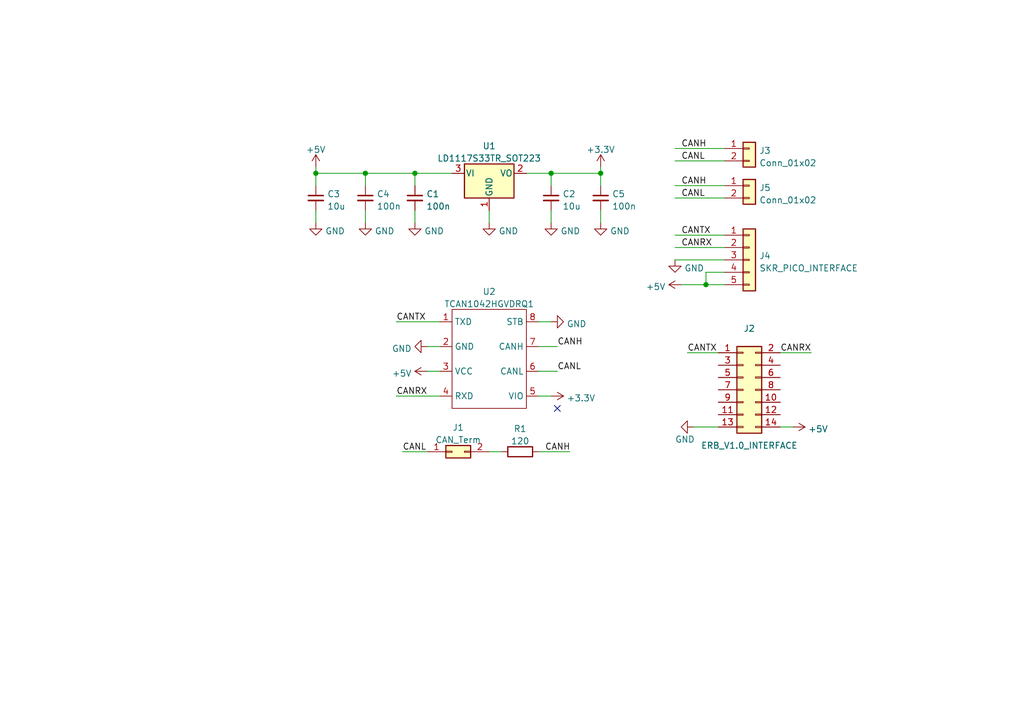
<source format=kicad_sch>
(kicad_sch (version 20211123) (generator eeschema)

  (uuid bcb93579-4fde-4faf-9b02-6bb598b0a938)

  (paper "A5")

  (lib_symbols
    (symbol "Connector_Generic:Conn_01x02" (pin_names (offset 1.016) hide) (in_bom yes) (on_board yes)
      (property "Reference" "J" (id 0) (at 0 2.54 0)
        (effects (font (size 1.27 1.27)))
      )
      (property "Value" "Conn_01x02" (id 1) (at 0 -5.08 0)
        (effects (font (size 1.27 1.27)))
      )
      (property "Footprint" "" (id 2) (at 0 0 0)
        (effects (font (size 1.27 1.27)) hide)
      )
      (property "Datasheet" "~" (id 3) (at 0 0 0)
        (effects (font (size 1.27 1.27)) hide)
      )
      (property "ki_keywords" "connector" (id 4) (at 0 0 0)
        (effects (font (size 1.27 1.27)) hide)
      )
      (property "ki_description" "Generic connector, single row, 01x02, script generated (kicad-library-utils/schlib/autogen/connector/)" (id 5) (at 0 0 0)
        (effects (font (size 1.27 1.27)) hide)
      )
      (property "ki_fp_filters" "Connector*:*_1x??_*" (id 6) (at 0 0 0)
        (effects (font (size 1.27 1.27)) hide)
      )
      (symbol "Conn_01x02_1_1"
        (rectangle (start -1.27 -2.413) (end 0 -2.667)
          (stroke (width 0.1524) (type default) (color 0 0 0 0))
          (fill (type none))
        )
        (rectangle (start -1.27 0.127) (end 0 -0.127)
          (stroke (width 0.1524) (type default) (color 0 0 0 0))
          (fill (type none))
        )
        (rectangle (start -1.27 1.27) (end 1.27 -3.81)
          (stroke (width 0.254) (type default) (color 0 0 0 0))
          (fill (type background))
        )
        (pin passive line (at -5.08 0 0) (length 3.81)
          (name "Pin_1" (effects (font (size 1.27 1.27))))
          (number "1" (effects (font (size 1.27 1.27))))
        )
        (pin passive line (at -5.08 -2.54 0) (length 3.81)
          (name "Pin_2" (effects (font (size 1.27 1.27))))
          (number "2" (effects (font (size 1.27 1.27))))
        )
      )
    )
    (symbol "Connector_Generic:Conn_01x05" (pin_names (offset 1.016) hide) (in_bom yes) (on_board yes)
      (property "Reference" "J" (id 0) (at 0 7.62 0)
        (effects (font (size 1.27 1.27)))
      )
      (property "Value" "Conn_01x05" (id 1) (at 0 -7.62 0)
        (effects (font (size 1.27 1.27)))
      )
      (property "Footprint" "" (id 2) (at 0 0 0)
        (effects (font (size 1.27 1.27)) hide)
      )
      (property "Datasheet" "~" (id 3) (at 0 0 0)
        (effects (font (size 1.27 1.27)) hide)
      )
      (property "ki_keywords" "connector" (id 4) (at 0 0 0)
        (effects (font (size 1.27 1.27)) hide)
      )
      (property "ki_description" "Generic connector, single row, 01x05, script generated (kicad-library-utils/schlib/autogen/connector/)" (id 5) (at 0 0 0)
        (effects (font (size 1.27 1.27)) hide)
      )
      (property "ki_fp_filters" "Connector*:*_1x??_*" (id 6) (at 0 0 0)
        (effects (font (size 1.27 1.27)) hide)
      )
      (symbol "Conn_01x05_1_1"
        (rectangle (start -1.27 -4.953) (end 0 -5.207)
          (stroke (width 0.1524) (type default) (color 0 0 0 0))
          (fill (type none))
        )
        (rectangle (start -1.27 -2.413) (end 0 -2.667)
          (stroke (width 0.1524) (type default) (color 0 0 0 0))
          (fill (type none))
        )
        (rectangle (start -1.27 0.127) (end 0 -0.127)
          (stroke (width 0.1524) (type default) (color 0 0 0 0))
          (fill (type none))
        )
        (rectangle (start -1.27 2.667) (end 0 2.413)
          (stroke (width 0.1524) (type default) (color 0 0 0 0))
          (fill (type none))
        )
        (rectangle (start -1.27 5.207) (end 0 4.953)
          (stroke (width 0.1524) (type default) (color 0 0 0 0))
          (fill (type none))
        )
        (rectangle (start -1.27 6.35) (end 1.27 -6.35)
          (stroke (width 0.254) (type default) (color 0 0 0 0))
          (fill (type background))
        )
        (pin passive line (at -5.08 5.08 0) (length 3.81)
          (name "Pin_1" (effects (font (size 1.27 1.27))))
          (number "1" (effects (font (size 1.27 1.27))))
        )
        (pin passive line (at -5.08 2.54 0) (length 3.81)
          (name "Pin_2" (effects (font (size 1.27 1.27))))
          (number "2" (effects (font (size 1.27 1.27))))
        )
        (pin passive line (at -5.08 0 0) (length 3.81)
          (name "Pin_3" (effects (font (size 1.27 1.27))))
          (number "3" (effects (font (size 1.27 1.27))))
        )
        (pin passive line (at -5.08 -2.54 0) (length 3.81)
          (name "Pin_4" (effects (font (size 1.27 1.27))))
          (number "4" (effects (font (size 1.27 1.27))))
        )
        (pin passive line (at -5.08 -5.08 0) (length 3.81)
          (name "Pin_5" (effects (font (size 1.27 1.27))))
          (number "5" (effects (font (size 1.27 1.27))))
        )
      )
    )
    (symbol "Connector_Generic:Conn_02x01" (pin_names (offset 1.016) hide) (in_bom yes) (on_board yes)
      (property "Reference" "J" (id 0) (at 1.27 2.54 0)
        (effects (font (size 1.27 1.27)))
      )
      (property "Value" "Conn_02x01" (id 1) (at 1.27 -2.54 0)
        (effects (font (size 1.27 1.27)))
      )
      (property "Footprint" "" (id 2) (at 0 0 0)
        (effects (font (size 1.27 1.27)) hide)
      )
      (property "Datasheet" "~" (id 3) (at 0 0 0)
        (effects (font (size 1.27 1.27)) hide)
      )
      (property "ki_keywords" "connector" (id 4) (at 0 0 0)
        (effects (font (size 1.27 1.27)) hide)
      )
      (property "ki_description" "Generic connector, double row, 02x01, this symbol is compatible with counter-clockwise, top-bottom and odd-even numbering schemes., script generated (kicad-library-utils/schlib/autogen/connector/)" (id 5) (at 0 0 0)
        (effects (font (size 1.27 1.27)) hide)
      )
      (property "ki_fp_filters" "Connector*:*_2x??_*" (id 6) (at 0 0 0)
        (effects (font (size 1.27 1.27)) hide)
      )
      (symbol "Conn_02x01_1_1"
        (rectangle (start -1.27 0.127) (end 0 -0.127)
          (stroke (width 0.1524) (type default) (color 0 0 0 0))
          (fill (type none))
        )
        (rectangle (start -1.27 1.27) (end 3.81 -1.27)
          (stroke (width 0.254) (type default) (color 0 0 0 0))
          (fill (type background))
        )
        (rectangle (start 3.81 0.127) (end 2.54 -0.127)
          (stroke (width 0.1524) (type default) (color 0 0 0 0))
          (fill (type none))
        )
        (pin passive line (at -5.08 0 0) (length 3.81)
          (name "Pin_1" (effects (font (size 1.27 1.27))))
          (number "1" (effects (font (size 1.27 1.27))))
        )
        (pin passive line (at 7.62 0 180) (length 3.81)
          (name "Pin_2" (effects (font (size 1.27 1.27))))
          (number "2" (effects (font (size 1.27 1.27))))
        )
      )
    )
    (symbol "Connector_Generic:Conn_02x07_Odd_Even" (pin_names (offset 1.016) hide) (in_bom yes) (on_board yes)
      (property "Reference" "J" (id 0) (at 1.27 10.16 0)
        (effects (font (size 1.27 1.27)))
      )
      (property "Value" "Conn_02x07_Odd_Even" (id 1) (at 1.27 -10.16 0)
        (effects (font (size 1.27 1.27)))
      )
      (property "Footprint" "" (id 2) (at 0 0 0)
        (effects (font (size 1.27 1.27)) hide)
      )
      (property "Datasheet" "~" (id 3) (at 0 0 0)
        (effects (font (size 1.27 1.27)) hide)
      )
      (property "ki_keywords" "connector" (id 4) (at 0 0 0)
        (effects (font (size 1.27 1.27)) hide)
      )
      (property "ki_description" "Generic connector, double row, 02x07, odd/even pin numbering scheme (row 1 odd numbers, row 2 even numbers), script generated (kicad-library-utils/schlib/autogen/connector/)" (id 5) (at 0 0 0)
        (effects (font (size 1.27 1.27)) hide)
      )
      (property "ki_fp_filters" "Connector*:*_2x??_*" (id 6) (at 0 0 0)
        (effects (font (size 1.27 1.27)) hide)
      )
      (symbol "Conn_02x07_Odd_Even_1_1"
        (rectangle (start -1.27 -7.493) (end 0 -7.747)
          (stroke (width 0.1524) (type default) (color 0 0 0 0))
          (fill (type none))
        )
        (rectangle (start -1.27 -4.953) (end 0 -5.207)
          (stroke (width 0.1524) (type default) (color 0 0 0 0))
          (fill (type none))
        )
        (rectangle (start -1.27 -2.413) (end 0 -2.667)
          (stroke (width 0.1524) (type default) (color 0 0 0 0))
          (fill (type none))
        )
        (rectangle (start -1.27 0.127) (end 0 -0.127)
          (stroke (width 0.1524) (type default) (color 0 0 0 0))
          (fill (type none))
        )
        (rectangle (start -1.27 2.667) (end 0 2.413)
          (stroke (width 0.1524) (type default) (color 0 0 0 0))
          (fill (type none))
        )
        (rectangle (start -1.27 5.207) (end 0 4.953)
          (stroke (width 0.1524) (type default) (color 0 0 0 0))
          (fill (type none))
        )
        (rectangle (start -1.27 7.747) (end 0 7.493)
          (stroke (width 0.1524) (type default) (color 0 0 0 0))
          (fill (type none))
        )
        (rectangle (start -1.27 8.89) (end 3.81 -8.89)
          (stroke (width 0.254) (type default) (color 0 0 0 0))
          (fill (type background))
        )
        (rectangle (start 3.81 -7.493) (end 2.54 -7.747)
          (stroke (width 0.1524) (type default) (color 0 0 0 0))
          (fill (type none))
        )
        (rectangle (start 3.81 -4.953) (end 2.54 -5.207)
          (stroke (width 0.1524) (type default) (color 0 0 0 0))
          (fill (type none))
        )
        (rectangle (start 3.81 -2.413) (end 2.54 -2.667)
          (stroke (width 0.1524) (type default) (color 0 0 0 0))
          (fill (type none))
        )
        (rectangle (start 3.81 0.127) (end 2.54 -0.127)
          (stroke (width 0.1524) (type default) (color 0 0 0 0))
          (fill (type none))
        )
        (rectangle (start 3.81 2.667) (end 2.54 2.413)
          (stroke (width 0.1524) (type default) (color 0 0 0 0))
          (fill (type none))
        )
        (rectangle (start 3.81 5.207) (end 2.54 4.953)
          (stroke (width 0.1524) (type default) (color 0 0 0 0))
          (fill (type none))
        )
        (rectangle (start 3.81 7.747) (end 2.54 7.493)
          (stroke (width 0.1524) (type default) (color 0 0 0 0))
          (fill (type none))
        )
        (pin passive line (at -5.08 7.62 0) (length 3.81)
          (name "Pin_1" (effects (font (size 1.27 1.27))))
          (number "1" (effects (font (size 1.27 1.27))))
        )
        (pin passive line (at 7.62 -2.54 180) (length 3.81)
          (name "Pin_10" (effects (font (size 1.27 1.27))))
          (number "10" (effects (font (size 1.27 1.27))))
        )
        (pin passive line (at -5.08 -5.08 0) (length 3.81)
          (name "Pin_11" (effects (font (size 1.27 1.27))))
          (number "11" (effects (font (size 1.27 1.27))))
        )
        (pin passive line (at 7.62 -5.08 180) (length 3.81)
          (name "Pin_12" (effects (font (size 1.27 1.27))))
          (number "12" (effects (font (size 1.27 1.27))))
        )
        (pin passive line (at -5.08 -7.62 0) (length 3.81)
          (name "Pin_13" (effects (font (size 1.27 1.27))))
          (number "13" (effects (font (size 1.27 1.27))))
        )
        (pin passive line (at 7.62 -7.62 180) (length 3.81)
          (name "Pin_14" (effects (font (size 1.27 1.27))))
          (number "14" (effects (font (size 1.27 1.27))))
        )
        (pin passive line (at 7.62 7.62 180) (length 3.81)
          (name "Pin_2" (effects (font (size 1.27 1.27))))
          (number "2" (effects (font (size 1.27 1.27))))
        )
        (pin passive line (at -5.08 5.08 0) (length 3.81)
          (name "Pin_3" (effects (font (size 1.27 1.27))))
          (number "3" (effects (font (size 1.27 1.27))))
        )
        (pin passive line (at 7.62 5.08 180) (length 3.81)
          (name "Pin_4" (effects (font (size 1.27 1.27))))
          (number "4" (effects (font (size 1.27 1.27))))
        )
        (pin passive line (at -5.08 2.54 0) (length 3.81)
          (name "Pin_5" (effects (font (size 1.27 1.27))))
          (number "5" (effects (font (size 1.27 1.27))))
        )
        (pin passive line (at 7.62 2.54 180) (length 3.81)
          (name "Pin_6" (effects (font (size 1.27 1.27))))
          (number "6" (effects (font (size 1.27 1.27))))
        )
        (pin passive line (at -5.08 0 0) (length 3.81)
          (name "Pin_7" (effects (font (size 1.27 1.27))))
          (number "7" (effects (font (size 1.27 1.27))))
        )
        (pin passive line (at 7.62 0 180) (length 3.81)
          (name "Pin_8" (effects (font (size 1.27 1.27))))
          (number "8" (effects (font (size 1.27 1.27))))
        )
        (pin passive line (at -5.08 -2.54 0) (length 3.81)
          (name "Pin_9" (effects (font (size 1.27 1.27))))
          (number "9" (effects (font (size 1.27 1.27))))
        )
      )
    )
    (symbol "Device:C_Small" (pin_numbers hide) (pin_names (offset 0.254) hide) (in_bom yes) (on_board yes)
      (property "Reference" "C" (id 0) (at 0.254 1.778 0)
        (effects (font (size 1.27 1.27)) (justify left))
      )
      (property "Value" "C_Small" (id 1) (at 0.254 -2.032 0)
        (effects (font (size 1.27 1.27)) (justify left))
      )
      (property "Footprint" "" (id 2) (at 0 0 0)
        (effects (font (size 1.27 1.27)) hide)
      )
      (property "Datasheet" "~" (id 3) (at 0 0 0)
        (effects (font (size 1.27 1.27)) hide)
      )
      (property "ki_keywords" "capacitor cap" (id 4) (at 0 0 0)
        (effects (font (size 1.27 1.27)) hide)
      )
      (property "ki_description" "Unpolarized capacitor, small symbol" (id 5) (at 0 0 0)
        (effects (font (size 1.27 1.27)) hide)
      )
      (property "ki_fp_filters" "C_*" (id 6) (at 0 0 0)
        (effects (font (size 1.27 1.27)) hide)
      )
      (symbol "C_Small_0_1"
        (polyline
          (pts
            (xy -1.524 -0.508)
            (xy 1.524 -0.508)
          )
          (stroke (width 0.3302) (type default) (color 0 0 0 0))
          (fill (type none))
        )
        (polyline
          (pts
            (xy -1.524 0.508)
            (xy 1.524 0.508)
          )
          (stroke (width 0.3048) (type default) (color 0 0 0 0))
          (fill (type none))
        )
      )
      (symbol "C_Small_1_1"
        (pin passive line (at 0 2.54 270) (length 2.032)
          (name "~" (effects (font (size 1.27 1.27))))
          (number "1" (effects (font (size 1.27 1.27))))
        )
        (pin passive line (at 0 -2.54 90) (length 2.032)
          (name "~" (effects (font (size 1.27 1.27))))
          (number "2" (effects (font (size 1.27 1.27))))
        )
      )
    )
    (symbol "Device:R" (pin_numbers hide) (pin_names (offset 0)) (in_bom yes) (on_board yes)
      (property "Reference" "R" (id 0) (at 2.032 0 90)
        (effects (font (size 1.27 1.27)))
      )
      (property "Value" "R" (id 1) (at 0 0 90)
        (effects (font (size 1.27 1.27)))
      )
      (property "Footprint" "" (id 2) (at -1.778 0 90)
        (effects (font (size 1.27 1.27)) hide)
      )
      (property "Datasheet" "~" (id 3) (at 0 0 0)
        (effects (font (size 1.27 1.27)) hide)
      )
      (property "ki_keywords" "R res resistor" (id 4) (at 0 0 0)
        (effects (font (size 1.27 1.27)) hide)
      )
      (property "ki_description" "Resistor" (id 5) (at 0 0 0)
        (effects (font (size 1.27 1.27)) hide)
      )
      (property "ki_fp_filters" "R_*" (id 6) (at 0 0 0)
        (effects (font (size 1.27 1.27)) hide)
      )
      (symbol "R_0_1"
        (rectangle (start -1.016 -2.54) (end 1.016 2.54)
          (stroke (width 0.254) (type default) (color 0 0 0 0))
          (fill (type none))
        )
      )
      (symbol "R_1_1"
        (pin passive line (at 0 3.81 270) (length 1.27)
          (name "~" (effects (font (size 1.27 1.27))))
          (number "1" (effects (font (size 1.27 1.27))))
        )
        (pin passive line (at 0 -3.81 90) (length 1.27)
          (name "~" (effects (font (size 1.27 1.27))))
          (number "2" (effects (font (size 1.27 1.27))))
        )
      )
    )
    (symbol "Regulator_Linear:LD1117S33TR_SOT223" (pin_names (offset 0.254)) (in_bom yes) (on_board yes)
      (property "Reference" "U" (id 0) (at -3.81 3.175 0)
        (effects (font (size 1.27 1.27)))
      )
      (property "Value" "LD1117S33TR_SOT223" (id 1) (at 0 3.175 0)
        (effects (font (size 1.27 1.27)) (justify left))
      )
      (property "Footprint" "Package_TO_SOT_SMD:SOT-223-3_TabPin2" (id 2) (at 0 5.08 0)
        (effects (font (size 1.27 1.27)) hide)
      )
      (property "Datasheet" "http://www.st.com/st-web-ui/static/active/en/resource/technical/document/datasheet/CD00000544.pdf" (id 3) (at 2.54 -6.35 0)
        (effects (font (size 1.27 1.27)) hide)
      )
      (property "ki_keywords" "REGULATOR LDO 3.3V" (id 4) (at 0 0 0)
        (effects (font (size 1.27 1.27)) hide)
      )
      (property "ki_description" "800mA Fixed Low Drop Positive Voltage Regulator, Fixed Output 3.3V, SOT-223" (id 5) (at 0 0 0)
        (effects (font (size 1.27 1.27)) hide)
      )
      (property "ki_fp_filters" "SOT?223*TabPin2*" (id 6) (at 0 0 0)
        (effects (font (size 1.27 1.27)) hide)
      )
      (symbol "LD1117S33TR_SOT223_0_1"
        (rectangle (start -5.08 -5.08) (end 5.08 1.905)
          (stroke (width 0.254) (type default) (color 0 0 0 0))
          (fill (type background))
        )
      )
      (symbol "LD1117S33TR_SOT223_1_1"
        (pin power_in line (at 0 -7.62 90) (length 2.54)
          (name "GND" (effects (font (size 1.27 1.27))))
          (number "1" (effects (font (size 1.27 1.27))))
        )
        (pin power_out line (at 7.62 0 180) (length 2.54)
          (name "VO" (effects (font (size 1.27 1.27))))
          (number "2" (effects (font (size 1.27 1.27))))
        )
        (pin power_in line (at -7.62 0 0) (length 2.54)
          (name "VI" (effects (font (size 1.27 1.27))))
          (number "3" (effects (font (size 1.27 1.27))))
        )
      )
    )
    (symbol "components:TCAN1042HGVDRQ1" (in_bom yes) (on_board yes)
      (property "Reference" "U" (id 0) (at 0 -7.62 0)
        (effects (font (size 1.27 1.27)))
      )
      (property "Value" "TCAN1042HGVDRQ1" (id 1) (at 0 12.7 0)
        (effects (font (size 1.27 1.27)))
      )
      (property "Footprint" "" (id 2) (at 0 0 0)
        (effects (font (size 1.27 1.27)) hide)
      )
      (property "Datasheet" "" (id 3) (at 0 0 0)
        (effects (font (size 1.27 1.27)) hide)
      )
      (symbol "TCAN1042HGVDRQ1_0_0"
        (pin input line (at -10.16 7.62 0) (length 2.54)
          (name "TXD" (effects (font (size 1.27 1.27))))
          (number "1" (effects (font (size 1.27 1.27))))
        )
        (pin power_in line (at -10.16 2.54 0) (length 2.54)
          (name "GND" (effects (font (size 1.27 1.27))))
          (number "2" (effects (font (size 1.27 1.27))))
        )
        (pin power_in line (at -10.16 -2.54 0) (length 2.54)
          (name "VCC" (effects (font (size 1.27 1.27))))
          (number "3" (effects (font (size 1.27 1.27))))
        )
        (pin output line (at -10.16 -7.62 0) (length 2.54)
          (name "RXD" (effects (font (size 1.27 1.27))))
          (number "4" (effects (font (size 1.27 1.27))))
        )
        (pin power_in line (at 10.16 -7.62 180) (length 2.54)
          (name "VIO" (effects (font (size 1.27 1.27))))
          (number "5" (effects (font (size 1.27 1.27))))
        )
        (pin bidirectional line (at 10.16 -2.54 180) (length 2.54)
          (name "CANL" (effects (font (size 1.27 1.27))))
          (number "6" (effects (font (size 1.27 1.27))))
        )
        (pin bidirectional line (at 10.16 2.54 180) (length 2.54)
          (name "CANH" (effects (font (size 1.27 1.27))))
          (number "7" (effects (font (size 1.27 1.27))))
        )
        (pin unspecified line (at 10.16 7.62 180) (length 2.54)
          (name "STB" (effects (font (size 1.27 1.27))))
          (number "8" (effects (font (size 1.27 1.27))))
        )
      )
      (symbol "TCAN1042HGVDRQ1_0_1"
        (rectangle (start -7.62 10.16) (end 7.62 -10.16)
          (stroke (width 0.1524) (type default) (color 0 0 0 0))
          (fill (type none))
        )
      )
    )
    (symbol "power:+3.3V" (power) (pin_names (offset 0)) (in_bom yes) (on_board yes)
      (property "Reference" "#PWR" (id 0) (at 0 -3.81 0)
        (effects (font (size 1.27 1.27)) hide)
      )
      (property "Value" "+3.3V" (id 1) (at 0 3.556 0)
        (effects (font (size 1.27 1.27)))
      )
      (property "Footprint" "" (id 2) (at 0 0 0)
        (effects (font (size 1.27 1.27)) hide)
      )
      (property "Datasheet" "" (id 3) (at 0 0 0)
        (effects (font (size 1.27 1.27)) hide)
      )
      (property "ki_keywords" "power-flag" (id 4) (at 0 0 0)
        (effects (font (size 1.27 1.27)) hide)
      )
      (property "ki_description" "Power symbol creates a global label with name \"+3.3V\"" (id 5) (at 0 0 0)
        (effects (font (size 1.27 1.27)) hide)
      )
      (symbol "+3.3V_0_1"
        (polyline
          (pts
            (xy -0.762 1.27)
            (xy 0 2.54)
          )
          (stroke (width 0) (type default) (color 0 0 0 0))
          (fill (type none))
        )
        (polyline
          (pts
            (xy 0 0)
            (xy 0 2.54)
          )
          (stroke (width 0) (type default) (color 0 0 0 0))
          (fill (type none))
        )
        (polyline
          (pts
            (xy 0 2.54)
            (xy 0.762 1.27)
          )
          (stroke (width 0) (type default) (color 0 0 0 0))
          (fill (type none))
        )
      )
      (symbol "+3.3V_1_1"
        (pin power_in line (at 0 0 90) (length 0) hide
          (name "+3.3V" (effects (font (size 1.27 1.27))))
          (number "1" (effects (font (size 1.27 1.27))))
        )
      )
    )
    (symbol "power:+5V" (power) (pin_names (offset 0)) (in_bom yes) (on_board yes)
      (property "Reference" "#PWR" (id 0) (at 0 -3.81 0)
        (effects (font (size 1.27 1.27)) hide)
      )
      (property "Value" "+5V" (id 1) (at 0 3.556 0)
        (effects (font (size 1.27 1.27)))
      )
      (property "Footprint" "" (id 2) (at 0 0 0)
        (effects (font (size 1.27 1.27)) hide)
      )
      (property "Datasheet" "" (id 3) (at 0 0 0)
        (effects (font (size 1.27 1.27)) hide)
      )
      (property "ki_keywords" "power-flag" (id 4) (at 0 0 0)
        (effects (font (size 1.27 1.27)) hide)
      )
      (property "ki_description" "Power symbol creates a global label with name \"+5V\"" (id 5) (at 0 0 0)
        (effects (font (size 1.27 1.27)) hide)
      )
      (symbol "+5V_0_1"
        (polyline
          (pts
            (xy -0.762 1.27)
            (xy 0 2.54)
          )
          (stroke (width 0) (type default) (color 0 0 0 0))
          (fill (type none))
        )
        (polyline
          (pts
            (xy 0 0)
            (xy 0 2.54)
          )
          (stroke (width 0) (type default) (color 0 0 0 0))
          (fill (type none))
        )
        (polyline
          (pts
            (xy 0 2.54)
            (xy 0.762 1.27)
          )
          (stroke (width 0) (type default) (color 0 0 0 0))
          (fill (type none))
        )
      )
      (symbol "+5V_1_1"
        (pin power_in line (at 0 0 90) (length 0) hide
          (name "+5V" (effects (font (size 1.27 1.27))))
          (number "1" (effects (font (size 1.27 1.27))))
        )
      )
    )
    (symbol "power:GND" (power) (pin_names (offset 0)) (in_bom yes) (on_board yes)
      (property "Reference" "#PWR" (id 0) (at 0 -6.35 0)
        (effects (font (size 1.27 1.27)) hide)
      )
      (property "Value" "GND" (id 1) (at 0 -3.81 0)
        (effects (font (size 1.27 1.27)))
      )
      (property "Footprint" "" (id 2) (at 0 0 0)
        (effects (font (size 1.27 1.27)) hide)
      )
      (property "Datasheet" "" (id 3) (at 0 0 0)
        (effects (font (size 1.27 1.27)) hide)
      )
      (property "ki_keywords" "power-flag" (id 4) (at 0 0 0)
        (effects (font (size 1.27 1.27)) hide)
      )
      (property "ki_description" "Power symbol creates a global label with name \"GND\" , ground" (id 5) (at 0 0 0)
        (effects (font (size 1.27 1.27)) hide)
      )
      (symbol "GND_0_1"
        (polyline
          (pts
            (xy 0 0)
            (xy 0 -1.27)
            (xy 1.27 -1.27)
            (xy 0 -2.54)
            (xy -1.27 -1.27)
            (xy 0 -1.27)
          )
          (stroke (width 0) (type default) (color 0 0 0 0))
          (fill (type none))
        )
      )
      (symbol "GND_1_1"
        (pin power_in line (at 0 0 270) (length 0) hide
          (name "GND" (effects (font (size 1.27 1.27))))
          (number "1" (effects (font (size 1.27 1.27))))
        )
      )
    )
  )

  (junction (at 144.78 58.42) (diameter 0) (color 0 0 0 0)
    (uuid 34d43fc9-762d-49c0-a389-4dd1c6ca06aa)
  )
  (junction (at 74.93 35.56) (diameter 0) (color 0 0 0 0)
    (uuid 7108351a-1ea7-470e-977a-2efcc589aa31)
  )
  (junction (at 113.03 35.56) (diameter 0) (color 0 0 0 0)
    (uuid 8d203ff4-024d-4738-ac9d-c97c81bb1baf)
  )
  (junction (at 64.77 35.56) (diameter 0) (color 0 0 0 0)
    (uuid d1a136da-3bd4-41ad-ab9b-47b1b48d702b)
  )
  (junction (at 123.19 35.56) (diameter 0) (color 0 0 0 0)
    (uuid db1c771d-7e61-4c2a-a78a-b93d5e2423c5)
  )
  (junction (at 85.09 35.56) (diameter 0) (color 0 0 0 0)
    (uuid f5626f9f-7586-4e83-afab-cd3e352c793c)
  )

  (no_connect (at 114.3 83.82) (uuid e9eea1fe-1d50-4f70-b07f-793522e9e879))

  (wire (pts (xy 64.77 35.56) (xy 74.93 35.56))
    (stroke (width 0) (type default) (color 0 0 0 0))
    (uuid 1185db7d-31ae-45e3-bc68-44333acf7c27)
  )
  (wire (pts (xy 138.43 38.1) (xy 148.59 38.1))
    (stroke (width 0) (type default) (color 0 0 0 0))
    (uuid 13033652-e259-4e74-a777-840675fa0963)
  )
  (wire (pts (xy 138.43 50.8) (xy 148.59 50.8))
    (stroke (width 0) (type default) (color 0 0 0 0))
    (uuid 1adfa532-d229-4546-83a8-c331c056ff1b)
  )
  (wire (pts (xy 87.63 71.12) (xy 90.17 71.12))
    (stroke (width 0) (type default) (color 0 0 0 0))
    (uuid 1baea83d-2393-49e7-bbe7-d1ce0f7eb467)
  )
  (wire (pts (xy 74.93 35.56) (xy 85.09 35.56))
    (stroke (width 0) (type default) (color 0 0 0 0))
    (uuid 1eec0ae7-df1a-4345-99d1-ad98c1180bbd)
  )
  (wire (pts (xy 110.49 92.71) (xy 116.84 92.71))
    (stroke (width 0) (type default) (color 0 0 0 0))
    (uuid 25866a20-74e9-4c75-aff0-d2e13a9d7fa3)
  )
  (wire (pts (xy 100.33 92.71) (xy 102.87 92.71))
    (stroke (width 0) (type default) (color 0 0 0 0))
    (uuid 274abb78-5120-43ff-91ce-364cd84f54da)
  )
  (wire (pts (xy 113.03 35.56) (xy 123.19 35.56))
    (stroke (width 0) (type default) (color 0 0 0 0))
    (uuid 2dd8a2b0-7e34-4d04-8d2c-3b721b60b2a7)
  )
  (wire (pts (xy 110.49 66.04) (xy 113.03 66.04))
    (stroke (width 0) (type default) (color 0 0 0 0))
    (uuid 2ef3c532-6ea9-4223-8946-3a0ac58023c2)
  )
  (wire (pts (xy 100.33 43.18) (xy 100.33 45.72))
    (stroke (width 0) (type default) (color 0 0 0 0))
    (uuid 2fde298b-2cab-4787-9463-cbd383550355)
  )
  (wire (pts (xy 140.97 72.39) (xy 147.32 72.39))
    (stroke (width 0) (type default) (color 0 0 0 0))
    (uuid 301420f6-46af-47b1-b077-6e74129bb20f)
  )
  (wire (pts (xy 74.93 43.18) (xy 74.93 45.72))
    (stroke (width 0) (type default) (color 0 0 0 0))
    (uuid 30eaf138-4ebe-4ae8-b8cd-d3d9dd429014)
  )
  (wire (pts (xy 123.19 35.56) (xy 123.19 38.1))
    (stroke (width 0) (type default) (color 0 0 0 0))
    (uuid 42014560-b854-440b-a591-36d0895f8049)
  )
  (wire (pts (xy 138.43 53.34) (xy 148.59 53.34))
    (stroke (width 0) (type default) (color 0 0 0 0))
    (uuid 45d978c3-1ece-4b45-8b92-93ed0530f9d0)
  )
  (wire (pts (xy 138.43 40.64) (xy 148.59 40.64))
    (stroke (width 0) (type default) (color 0 0 0 0))
    (uuid 5429cce1-6d1e-4d2c-bad9-61797fb014e4)
  )
  (wire (pts (xy 87.63 76.2) (xy 90.17 76.2))
    (stroke (width 0) (type default) (color 0 0 0 0))
    (uuid 58cc602a-970e-45c1-aacc-b2bf57f77246)
  )
  (wire (pts (xy 138.43 48.26) (xy 148.59 48.26))
    (stroke (width 0) (type default) (color 0 0 0 0))
    (uuid 5c83dd93-c595-428f-a6b5-528d23946322)
  )
  (wire (pts (xy 85.09 35.56) (xy 92.71 35.56))
    (stroke (width 0) (type default) (color 0 0 0 0))
    (uuid 646d6ae2-fb60-4c5d-b110-384e9e00afcd)
  )
  (wire (pts (xy 138.43 30.48) (xy 148.59 30.48))
    (stroke (width 0) (type default) (color 0 0 0 0))
    (uuid 6499a6e1-75c5-42b7-84cb-8d4326de88e7)
  )
  (wire (pts (xy 113.03 43.18) (xy 113.03 45.72))
    (stroke (width 0) (type default) (color 0 0 0 0))
    (uuid 72e1e5b8-fe50-4a88-95fd-fc419287fa31)
  )
  (wire (pts (xy 64.77 35.56) (xy 64.77 38.1))
    (stroke (width 0) (type default) (color 0 0 0 0))
    (uuid 76d802aa-7a32-4f64-ab51-730594c4ee79)
  )
  (wire (pts (xy 81.28 66.04) (xy 90.17 66.04))
    (stroke (width 0) (type default) (color 0 0 0 0))
    (uuid 7e0630ac-4956-44d1-8c41-84809e7dfbf7)
  )
  (wire (pts (xy 85.09 35.56) (xy 85.09 38.1))
    (stroke (width 0) (type default) (color 0 0 0 0))
    (uuid 86f7f904-1f92-43a2-ac21-c4e77e9edcb3)
  )
  (wire (pts (xy 107.95 35.56) (xy 113.03 35.56))
    (stroke (width 0) (type default) (color 0 0 0 0))
    (uuid 8874ea83-2537-4a26-81c7-ba8da095bbf3)
  )
  (wire (pts (xy 64.77 34.29) (xy 64.77 35.56))
    (stroke (width 0) (type default) (color 0 0 0 0))
    (uuid 8fd61ed4-e560-40c3-99d3-d2869791ebe4)
  )
  (wire (pts (xy 144.78 58.42) (xy 148.59 58.42))
    (stroke (width 0) (type default) (color 0 0 0 0))
    (uuid 95e161c9-d827-45f7-bf44-539bdb9ba580)
  )
  (wire (pts (xy 82.55 92.71) (xy 87.63 92.71))
    (stroke (width 0) (type default) (color 0 0 0 0))
    (uuid 9830de5a-e631-4915-8ddf-f35cbc9bca66)
  )
  (wire (pts (xy 74.93 35.56) (xy 74.93 38.1))
    (stroke (width 0) (type default) (color 0 0 0 0))
    (uuid 989e5516-173f-4f91-9aa8-9396eef7005d)
  )
  (wire (pts (xy 160.02 72.39) (xy 166.37 72.39))
    (stroke (width 0) (type default) (color 0 0 0 0))
    (uuid 9f44edd0-e521-4b70-b87c-d6d121cf0c4d)
  )
  (wire (pts (xy 142.24 87.63) (xy 147.32 87.63))
    (stroke (width 0) (type default) (color 0 0 0 0))
    (uuid a11974f4-8413-4dda-9479-e9557c4faf9b)
  )
  (wire (pts (xy 110.49 71.12) (xy 114.3 71.12))
    (stroke (width 0) (type default) (color 0 0 0 0))
    (uuid af48a472-c974-4d17-a14d-9a5ec1562f5e)
  )
  (wire (pts (xy 123.19 43.18) (xy 123.19 45.72))
    (stroke (width 0) (type default) (color 0 0 0 0))
    (uuid b1ebd885-c0b0-4327-b14b-b67065c6b4ee)
  )
  (wire (pts (xy 110.49 76.2) (xy 114.3 76.2))
    (stroke (width 0) (type default) (color 0 0 0 0))
    (uuid b2090fae-e545-4e16-be51-6fccf6d0ef87)
  )
  (wire (pts (xy 139.7 58.42) (xy 144.78 58.42))
    (stroke (width 0) (type default) (color 0 0 0 0))
    (uuid b2d9c118-37c8-4c97-969f-b65871bf6987)
  )
  (wire (pts (xy 110.49 81.28) (xy 113.03 81.28))
    (stroke (width 0) (type default) (color 0 0 0 0))
    (uuid bc4a3e0b-dded-45e3-812d-5cad07eaaeb6)
  )
  (wire (pts (xy 138.43 33.02) (xy 148.59 33.02))
    (stroke (width 0) (type default) (color 0 0 0 0))
    (uuid bdd8a35c-aa8f-435e-ab56-182d219d0ee8)
  )
  (wire (pts (xy 113.03 35.56) (xy 113.03 38.1))
    (stroke (width 0) (type default) (color 0 0 0 0))
    (uuid bf2025e8-f393-48d1-8e58-b36edb03359a)
  )
  (wire (pts (xy 144.78 55.88) (xy 144.78 58.42))
    (stroke (width 0) (type default) (color 0 0 0 0))
    (uuid c41d778b-9efc-4cf6-932b-5ef2fcaac773)
  )
  (wire (pts (xy 85.09 43.18) (xy 85.09 45.72))
    (stroke (width 0) (type default) (color 0 0 0 0))
    (uuid c5f21aeb-84d5-45c0-9676-1483b72b2815)
  )
  (wire (pts (xy 81.28 81.28) (xy 90.17 81.28))
    (stroke (width 0) (type default) (color 0 0 0 0))
    (uuid cd468f92-76ee-48c8-8a47-ee00617756e0)
  )
  (wire (pts (xy 148.59 55.88) (xy 144.78 55.88))
    (stroke (width 0) (type default) (color 0 0 0 0))
    (uuid d3f37feb-851a-4004-8daa-5f8a515e9e0d)
  )
  (wire (pts (xy 160.02 87.63) (xy 162.56 87.63))
    (stroke (width 0) (type default) (color 0 0 0 0))
    (uuid d9b9d29e-9d83-4896-b856-a6b18365d7f4)
  )
  (wire (pts (xy 64.77 43.18) (xy 64.77 45.72))
    (stroke (width 0) (type default) (color 0 0 0 0))
    (uuid dde25c9b-20a7-46e9-89f3-7afa7b9d834a)
  )
  (wire (pts (xy 123.19 34.29) (xy 123.19 35.56))
    (stroke (width 0) (type default) (color 0 0 0 0))
    (uuid febdfb43-289a-4f2d-bd0d-99f307407884)
  )

  (label "CANL" (at 114.3 76.2 0)
    (effects (font (size 1.27 1.27)) (justify left bottom))
    (uuid 38915edf-3ac7-413e-9dbf-b10da9902c1e)
  )
  (label "CANH" (at 114.3 71.12 0)
    (effects (font (size 1.27 1.27)) (justify left bottom))
    (uuid 406de4ad-0c53-4c68-85fc-c501aab4bc79)
  )
  (label "CANH" (at 139.7 38.1 0)
    (effects (font (size 1.27 1.27)) (justify left bottom))
    (uuid 49c27ba8-1e60-4d1d-bb73-f91b0ab9d41f)
  )
  (label "CANH" (at 139.7 30.48 0)
    (effects (font (size 1.27 1.27)) (justify left bottom))
    (uuid 5ff3ac96-bb06-4721-936b-85c233e3c8dd)
  )
  (label "CANTX" (at 139.7 48.26 0)
    (effects (font (size 1.27 1.27)) (justify left bottom))
    (uuid 6e0c7de6-29e0-49b3-b636-52dbbc641ec7)
  )
  (label "CANL" (at 139.7 40.64 0)
    (effects (font (size 1.27 1.27)) (justify left bottom))
    (uuid 7ad3049d-8dcf-4968-8c4e-60ceb01d9424)
  )
  (label "CANL" (at 139.7 33.02 0)
    (effects (font (size 1.27 1.27)) (justify left bottom))
    (uuid 831a859e-03c6-41c5-98cd-b91308442ac0)
  )
  (label "CANL" (at 82.55 92.71 0)
    (effects (font (size 1.27 1.27)) (justify left bottom))
    (uuid 84696a42-32c3-4c63-96ae-9390e8bd0c8f)
  )
  (label "CANTX" (at 81.28 66.04 0)
    (effects (font (size 1.27 1.27)) (justify left bottom))
    (uuid 8f264277-385f-4578-a2d0-f6311d539d41)
  )
  (label "CANRX" (at 81.28 81.28 0)
    (effects (font (size 1.27 1.27)) (justify left bottom))
    (uuid b5535829-d843-411c-9fb2-e597ee6c9a6d)
  )
  (label "CANRX" (at 160.02 72.39 0)
    (effects (font (size 1.27 1.27)) (justify left bottom))
    (uuid b831744f-f04d-42f0-9f93-5e790949d557)
  )
  (label "CANH" (at 111.76 92.71 0)
    (effects (font (size 1.27 1.27)) (justify left bottom))
    (uuid bba19b3f-2d50-4943-abc9-8d7b85785370)
  )
  (label "CANTX" (at 140.97 72.39 0)
    (effects (font (size 1.27 1.27)) (justify left bottom))
    (uuid c28ab13c-df77-48a5-99bf-a20463f7262e)
  )
  (label "CANRX" (at 139.7 50.8 0)
    (effects (font (size 1.27 1.27)) (justify left bottom))
    (uuid de05aa23-6a42-4d0e-bcdf-b20dd96566ab)
  )

  (symbol (lib_id "power:+5V") (at 87.63 76.2 90) (unit 1)
    (in_bom yes) (on_board yes) (fields_autoplaced)
    (uuid 02244c3f-a690-4e87-9fab-418c239e5c80)
    (property "Reference" "#PWR0107" (id 0) (at 91.44 76.2 0)
      (effects (font (size 1.27 1.27)) hide)
    )
    (property "Value" "+5V" (id 1) (at 84.4551 76.6338 90)
      (effects (font (size 1.27 1.27)) (justify left))
    )
    (property "Footprint" "" (id 2) (at 87.63 76.2 0)
      (effects (font (size 1.27 1.27)) hide)
    )
    (property "Datasheet" "" (id 3) (at 87.63 76.2 0)
      (effects (font (size 1.27 1.27)) hide)
    )
    (pin "1" (uuid e288caa4-b0ec-4cd3-ad62-a2a859298050))
  )

  (symbol (lib_id "power:GND") (at 113.03 45.72 0) (unit 1)
    (in_bom yes) (on_board yes) (fields_autoplaced)
    (uuid 04fbd9fd-8e39-41bb-a46e-4977ad36afe7)
    (property "Reference" "#PWR0101" (id 0) (at 113.03 52.07 0)
      (effects (font (size 1.27 1.27)) hide)
    )
    (property "Value" "GND" (id 1) (at 114.935 47.4238 0)
      (effects (font (size 1.27 1.27)) (justify left))
    )
    (property "Footprint" "" (id 2) (at 113.03 45.72 0)
      (effects (font (size 1.27 1.27)) hide)
    )
    (property "Datasheet" "" (id 3) (at 113.03 45.72 0)
      (effects (font (size 1.27 1.27)) hide)
    )
    (pin "1" (uuid 315e2a68-05e4-4a47-a79c-c374e34ba719))
  )

  (symbol (lib_id "power:GND") (at 123.19 45.72 0) (unit 1)
    (in_bom yes) (on_board yes) (fields_autoplaced)
    (uuid 0e4e11a4-9354-45a2-88c4-3f6fd5df35ab)
    (property "Reference" "#PWR07" (id 0) (at 123.19 52.07 0)
      (effects (font (size 1.27 1.27)) hide)
    )
    (property "Value" "GND" (id 1) (at 125.095 47.4238 0)
      (effects (font (size 1.27 1.27)) (justify left))
    )
    (property "Footprint" "" (id 2) (at 123.19 45.72 0)
      (effects (font (size 1.27 1.27)) hide)
    )
    (property "Datasheet" "" (id 3) (at 123.19 45.72 0)
      (effects (font (size 1.27 1.27)) hide)
    )
    (pin "1" (uuid d8ea303d-dd7e-49a3-a98f-fc498871ffcc))
  )

  (symbol (lib_id "power:GND") (at 74.93 45.72 0) (unit 1)
    (in_bom yes) (on_board yes) (fields_autoplaced)
    (uuid 161d1117-3185-4f6b-97d8-c134880de084)
    (property "Reference" "#PWR03" (id 0) (at 74.93 52.07 0)
      (effects (font (size 1.27 1.27)) hide)
    )
    (property "Value" "GND" (id 1) (at 76.835 47.4238 0)
      (effects (font (size 1.27 1.27)) (justify left))
    )
    (property "Footprint" "" (id 2) (at 74.93 45.72 0)
      (effects (font (size 1.27 1.27)) hide)
    )
    (property "Datasheet" "" (id 3) (at 74.93 45.72 0)
      (effects (font (size 1.27 1.27)) hide)
    )
    (pin "1" (uuid 86746420-419d-4238-b879-c6c704ea72bd))
  )

  (symbol (lib_id "Device:R") (at 106.68 92.71 270) (unit 1)
    (in_bom yes) (on_board yes) (fields_autoplaced)
    (uuid 21ca96ef-78f1-4ae1-a527-c6b6b6a63db6)
    (property "Reference" "R1" (id 0) (at 106.68 87.9942 90))
    (property "Value" "120" (id 1) (at 106.68 90.5311 90))
    (property "Footprint" "Resistor_SMD:R_0603_1608Metric" (id 2) (at 106.68 90.932 90)
      (effects (font (size 1.27 1.27)) hide)
    )
    (property "Datasheet" "~" (id 3) (at 106.68 92.71 0)
      (effects (font (size 1.27 1.27)) hide)
    )
    (property "LCSC" "C2907096" (id 4) (at 106.68 87.9942 0)
      (effects (font (size 1.27 1.27)) hide)
    )
    (pin "1" (uuid cff3cc59-9ca9-416b-83f8-19cba33def79))
    (pin "2" (uuid fa78431a-82ad-434f-9def-15f38584f917))
  )

  (symbol (lib_id "power:+5V") (at 64.77 34.29 0) (unit 1)
    (in_bom yes) (on_board yes) (fields_autoplaced)
    (uuid 26861467-534c-4c02-ab10-4fcad6b578e9)
    (property "Reference" "#PWR0103" (id 0) (at 64.77 38.1 0)
      (effects (font (size 1.27 1.27)) hide)
    )
    (property "Value" "+5V" (id 1) (at 64.77 30.7142 0))
    (property "Footprint" "" (id 2) (at 64.77 34.29 0)
      (effects (font (size 1.27 1.27)) hide)
    )
    (property "Datasheet" "" (id 3) (at 64.77 34.29 0)
      (effects (font (size 1.27 1.27)) hide)
    )
    (pin "1" (uuid c5d33f03-132a-4c43-8acc-a9f4041556ce))
  )

  (symbol (lib_id "power:GND") (at 142.24 87.63 270) (unit 1)
    (in_bom yes) (on_board yes)
    (uuid 3016a7ac-2d8a-475f-bf12-a09c14880c60)
    (property "Reference" "#PWR01" (id 0) (at 135.89 87.63 0)
      (effects (font (size 1.27 1.27)) hide)
    )
    (property "Value" "GND" (id 1) (at 138.43 90.17 90)
      (effects (font (size 1.27 1.27)) (justify left))
    )
    (property "Footprint" "" (id 2) (at 142.24 87.63 0)
      (effects (font (size 1.27 1.27)) hide)
    )
    (property "Datasheet" "" (id 3) (at 142.24 87.63 0)
      (effects (font (size 1.27 1.27)) hide)
    )
    (pin "1" (uuid d1afc139-8d45-47e3-9c31-cb3e43ff3c4a))
  )

  (symbol (lib_id "Connector_Generic:Conn_01x05") (at 153.67 53.34 0) (unit 1)
    (in_bom yes) (on_board yes) (fields_autoplaced)
    (uuid 4ec01770-1bea-4b41-9cc1-dd259f72d0cd)
    (property "Reference" "J4" (id 0) (at 155.702 52.5053 0)
      (effects (font (size 1.27 1.27)) (justify left))
    )
    (property "Value" "SKR_PICO_INTERFACE" (id 1) (at 155.702 55.0422 0)
      (effects (font (size 1.27 1.27)) (justify left))
    )
    (property "Footprint" "Connector_PinHeader_2.54mm:PinHeader_1x05_P2.54mm_Vertical" (id 2) (at 153.67 53.34 0)
      (effects (font (size 1.27 1.27)) hide)
    )
    (property "Datasheet" "~" (id 3) (at 153.67 53.34 0)
      (effects (font (size 1.27 1.27)) hide)
    )
    (property "LCSC" "C124379" (id 4) (at 155.702 52.5053 0)
      (effects (font (size 1.27 1.27)) hide)
    )
    (pin "1" (uuid 2c3c3544-5541-46bb-81c8-b6a377a2215e))
    (pin "2" (uuid be7a39c1-2dda-483d-8b2d-1d4d9842096c))
    (pin "3" (uuid 25a8187b-4ec7-4240-b061-8c0ab759aef2))
    (pin "4" (uuid fdcdbb47-7f04-4326-8aea-d64ff212650d))
    (pin "5" (uuid 8d8ee1b1-9698-4f85-af97-55b02b851db8))
  )

  (symbol (lib_id "Connector_Generic:Conn_02x07_Odd_Even") (at 152.4 80.01 0) (unit 1)
    (in_bom yes) (on_board yes)
    (uuid 50464f52-7dcb-4be4-9706-13ca8f679d88)
    (property "Reference" "J2" (id 0) (at 153.67 67.4202 0))
    (property "Value" "ERB_V1.0_INTERFACE" (id 1) (at 153.67 91.44 0))
    (property "Footprint" "Connector_PinSocket_2.54mm:PinSocket_2x07_P2.54mm_Vertical" (id 2) (at 152.4 80.01 0)
      (effects (font (size 1.27 1.27)) hide)
    )
    (property "Datasheet" "~" (id 3) (at 152.4 80.01 0)
      (effects (font (size 1.27 1.27)) hide)
    )
    (property "LCSC" "C38844" (id 4) (at 153.67 67.4202 0)
      (effects (font (size 1.27 1.27)) hide)
    )
    (pin "1" (uuid 2e997a1f-62cb-4807-93ba-b324abbb8f5f))
    (pin "10" (uuid a730a836-920b-463b-9226-68d38ec0acc0))
    (pin "11" (uuid 00c97b63-4129-4383-925b-f5291dd76717))
    (pin "12" (uuid 1a52e70f-2c5d-489a-8d49-580b7742c294))
    (pin "13" (uuid e250a907-3404-46e0-ba49-be51322a27c1))
    (pin "14" (uuid b3664356-f4fa-48a8-8957-653923ed8969))
    (pin "2" (uuid 02efbb03-19d6-4177-9d84-90ff70eb3760))
    (pin "3" (uuid 8bdfba1e-83dd-4cde-9517-37a5529f823b))
    (pin "4" (uuid 50c5089c-f6b2-4421-9fba-2b22ee7b94d1))
    (pin "5" (uuid a219bc41-f373-4a4b-9382-8b2566ba7c95))
    (pin "6" (uuid d9b7e655-0c94-4ad0-a582-af78131b5ba2))
    (pin "7" (uuid 85265e3b-3e1c-4849-88a0-dc773a07b2f1))
    (pin "8" (uuid c8c988ae-1766-4de3-a09d-3b8f3ce039c9))
    (pin "9" (uuid 83b331d6-d0bd-4bb8-b192-fdda22d50270))
  )

  (symbol (lib_id "power:GND") (at 138.43 53.34 0) (unit 1)
    (in_bom yes) (on_board yes) (fields_autoplaced)
    (uuid 560f59ec-dbc4-44d4-88dc-52c7974fa47b)
    (property "Reference" "#PWR05" (id 0) (at 138.43 59.69 0)
      (effects (font (size 1.27 1.27)) hide)
    )
    (property "Value" "GND" (id 1) (at 140.335 55.0438 0)
      (effects (font (size 1.27 1.27)) (justify left))
    )
    (property "Footprint" "" (id 2) (at 138.43 53.34 0)
      (effects (font (size 1.27 1.27)) hide)
    )
    (property "Datasheet" "" (id 3) (at 138.43 53.34 0)
      (effects (font (size 1.27 1.27)) hide)
    )
    (pin "1" (uuid a4cea9f5-401f-4318-baa0-a48bcfa9b83c))
  )

  (symbol (lib_id "Device:C_Small") (at 74.93 40.64 0) (unit 1)
    (in_bom yes) (on_board yes) (fields_autoplaced)
    (uuid 5e751447-c9a5-4902-888e-fdea464c483f)
    (property "Reference" "C4" (id 0) (at 77.2541 39.8116 0)
      (effects (font (size 1.27 1.27)) (justify left))
    )
    (property "Value" "100n" (id 1) (at 77.2541 42.3485 0)
      (effects (font (size 1.27 1.27)) (justify left))
    )
    (property "Footprint" "Capacitor_SMD:C_0603_1608Metric" (id 2) (at 74.93 40.64 0)
      (effects (font (size 1.27 1.27)) hide)
    )
    (property "Datasheet" "~" (id 3) (at 74.93 40.64 0)
      (effects (font (size 1.27 1.27)) hide)
    )
    (property "LCSC" "C1590" (id 4) (at 77.2541 39.8116 0)
      (effects (font (size 1.27 1.27)) hide)
    )
    (pin "1" (uuid f5b60b51-5f4e-4946-91ca-7514b0ef11e3))
    (pin "2" (uuid d9a4ace0-02b0-436f-889b-35480b90ad6d))
  )

  (symbol (lib_id "components:TCAN1042HGVDRQ1") (at 100.33 73.66 0) (unit 1)
    (in_bom yes) (on_board yes) (fields_autoplaced)
    (uuid 70dc5236-9a5d-46a9-b9d7-a7f242b3d83d)
    (property "Reference" "U2" (id 0) (at 100.33 59.851 0))
    (property "Value" "TCAN1042HGVDRQ1" (id 1) (at 100.33 62.3879 0))
    (property "Footprint" "Package_SO:SOIC-8_3.9x4.9mm_P1.27mm" (id 2) (at 100.33 73.66 0)
      (effects (font (size 1.27 1.27)) hide)
    )
    (property "Datasheet" "" (id 3) (at 100.33 73.66 0)
      (effects (font (size 1.27 1.27)) hide)
    )
    (property "LCSC" "C132550" (id 4) (at 100.33 59.851 0)
      (effects (font (size 1.27 1.27)) hide)
    )
    (pin "1" (uuid d3674061-9ba1-479c-ac4d-024b22b66c08))
    (pin "2" (uuid c306effb-cb7e-4841-9c2b-e91c99a48fda))
    (pin "3" (uuid f6b7ca60-98b1-4ba3-957b-4581a414a036))
    (pin "4" (uuid 1f2dbe8e-03b1-4ef6-b389-d180ef3b4371))
    (pin "5" (uuid 0e7f1a7d-688e-4432-9a7c-624b0922c7d5))
    (pin "6" (uuid d44ef169-adab-4d86-9068-e7b63d19e019))
    (pin "7" (uuid 74c19612-0eba-4861-941c-22df5a794ae8))
    (pin "8" (uuid 9c395865-fc43-471c-854c-622f50d52be6))
  )

  (symbol (lib_id "Device:C_Small") (at 85.09 40.64 0) (unit 1)
    (in_bom yes) (on_board yes) (fields_autoplaced)
    (uuid 7ca61987-db8d-4424-acb1-23f42c597921)
    (property "Reference" "C1" (id 0) (at 87.4141 39.8116 0)
      (effects (font (size 1.27 1.27)) (justify left))
    )
    (property "Value" "100n" (id 1) (at 87.4141 42.3485 0)
      (effects (font (size 1.27 1.27)) (justify left))
    )
    (property "Footprint" "Capacitor_SMD:C_0603_1608Metric" (id 2) (at 85.09 40.64 0)
      (effects (font (size 1.27 1.27)) hide)
    )
    (property "Datasheet" "~" (id 3) (at 85.09 40.64 0)
      (effects (font (size 1.27 1.27)) hide)
    )
    (property "LCSC" "C1590" (id 4) (at 87.4141 39.8116 0)
      (effects (font (size 1.27 1.27)) hide)
    )
    (pin "1" (uuid 6b756d74-2a7a-4ebb-9af0-b87b8c72499e))
    (pin "2" (uuid 7f5c25ab-c0b6-4976-bf1d-edf4169ae4f0))
  )

  (symbol (lib_id "power:GND") (at 85.09 45.72 0) (unit 1)
    (in_bom yes) (on_board yes) (fields_autoplaced)
    (uuid 7f0e65b4-93ef-4732-a5ab-401c2f048dc3)
    (property "Reference" "#PWR0104" (id 0) (at 85.09 52.07 0)
      (effects (font (size 1.27 1.27)) hide)
    )
    (property "Value" "GND" (id 1) (at 86.995 47.4238 0)
      (effects (font (size 1.27 1.27)) (justify left))
    )
    (property "Footprint" "" (id 2) (at 85.09 45.72 0)
      (effects (font (size 1.27 1.27)) hide)
    )
    (property "Datasheet" "" (id 3) (at 85.09 45.72 0)
      (effects (font (size 1.27 1.27)) hide)
    )
    (pin "1" (uuid 7e06a542-8158-4cea-9953-6dd69de0fb9c))
  )

  (symbol (lib_id "Device:C_Small") (at 64.77 40.64 0) (unit 1)
    (in_bom yes) (on_board yes) (fields_autoplaced)
    (uuid 8fe1a40c-03d5-4e29-b663-e078850277a0)
    (property "Reference" "C3" (id 0) (at 67.0941 39.8116 0)
      (effects (font (size 1.27 1.27)) (justify left))
    )
    (property "Value" "10u" (id 1) (at 67.0941 42.3485 0)
      (effects (font (size 1.27 1.27)) (justify left))
    )
    (property "Footprint" "Capacitor_SMD:C_0603_1608Metric" (id 2) (at 64.77 40.64 0)
      (effects (font (size 1.27 1.27)) hide)
    )
    (property "Datasheet" "~" (id 3) (at 64.77 40.64 0)
      (effects (font (size 1.27 1.27)) hide)
    )
    (property "LCSC" "C1691" (id 4) (at 67.0941 39.8116 0)
      (effects (font (size 1.27 1.27)) hide)
    )
    (pin "1" (uuid 56873e13-5423-4ac3-8f79-6a68f180a5b9))
    (pin "2" (uuid 7b6bc913-c418-469c-9ba8-68018362d2fd))
  )

  (symbol (lib_id "power:+3.3V") (at 113.03 81.28 270) (unit 1)
    (in_bom yes) (on_board yes) (fields_autoplaced)
    (uuid 99007903-c6af-4649-bbc0-8f172b308bf3)
    (property "Reference" "#PWR0105" (id 0) (at 109.22 81.28 0)
      (effects (font (size 1.27 1.27)) hide)
    )
    (property "Value" "+3.3V" (id 1) (at 116.205 81.7138 90)
      (effects (font (size 1.27 1.27)) (justify left))
    )
    (property "Footprint" "" (id 2) (at 113.03 81.28 0)
      (effects (font (size 1.27 1.27)) hide)
    )
    (property "Datasheet" "" (id 3) (at 113.03 81.28 0)
      (effects (font (size 1.27 1.27)) hide)
    )
    (pin "1" (uuid 5bf074f5-5015-4b3d-b1a6-d22ea7c02a6f))
  )

  (symbol (lib_id "power:GND") (at 87.63 71.12 270) (unit 1)
    (in_bom yes) (on_board yes) (fields_autoplaced)
    (uuid 9c1427da-3032-4328-8227-8597758ce011)
    (property "Reference" "#PWR0108" (id 0) (at 81.28 71.12 0)
      (effects (font (size 1.27 1.27)) hide)
    )
    (property "Value" "GND" (id 1) (at 84.4551 71.5538 90)
      (effects (font (size 1.27 1.27)) (justify right))
    )
    (property "Footprint" "" (id 2) (at 87.63 71.12 0)
      (effects (font (size 1.27 1.27)) hide)
    )
    (property "Datasheet" "" (id 3) (at 87.63 71.12 0)
      (effects (font (size 1.27 1.27)) hide)
    )
    (pin "1" (uuid 3940aea8-1002-488e-8e96-deb7f7a9e2cb))
  )

  (symbol (lib_id "Device:C_Small") (at 113.03 40.64 0) (unit 1)
    (in_bom yes) (on_board yes) (fields_autoplaced)
    (uuid a4e4bfe4-80ff-4c72-930b-ce3a2b42e113)
    (property "Reference" "C2" (id 0) (at 115.3541 39.8116 0)
      (effects (font (size 1.27 1.27)) (justify left))
    )
    (property "Value" "10u" (id 1) (at 115.3541 42.3485 0)
      (effects (font (size 1.27 1.27)) (justify left))
    )
    (property "Footprint" "Capacitor_SMD:C_0603_1608Metric" (id 2) (at 113.03 40.64 0)
      (effects (font (size 1.27 1.27)) hide)
    )
    (property "Datasheet" "~" (id 3) (at 113.03 40.64 0)
      (effects (font (size 1.27 1.27)) hide)
    )
    (property "LCSC" "C1691" (id 4) (at 115.3541 39.8116 0)
      (effects (font (size 1.27 1.27)) hide)
    )
    (pin "1" (uuid bee8ead5-20c8-499f-aa39-65ea5b1aa912))
    (pin "2" (uuid 454c1605-776a-4d00-8ed8-b53f36ff2c66))
  )

  (symbol (lib_id "Connector_Generic:Conn_02x01") (at 92.71 92.71 0) (unit 1)
    (in_bom yes) (on_board yes) (fields_autoplaced)
    (uuid b812670a-17d1-4f72-890c-3735504275dd)
    (property "Reference" "J1" (id 0) (at 93.98 87.7402 0))
    (property "Value" "CAN_Term" (id 1) (at 93.98 90.2771 0))
    (property "Footprint" "Connector_PinHeader_2.54mm:PinHeader_1x02_P2.54mm_Vertical" (id 2) (at 92.71 92.71 0)
      (effects (font (size 1.27 1.27)) hide)
    )
    (property "Datasheet" "~" (id 3) (at 92.71 92.71 0)
      (effects (font (size 1.27 1.27)) hide)
    )
    (property "LCSC" "C124375" (id 4) (at 93.98 87.7402 0)
      (effects (font (size 1.27 1.27)) hide)
    )
    (pin "1" (uuid f3d4703a-5340-456c-8c88-2aae3d401987))
    (pin "2" (uuid f142eb42-d380-4848-8130-c07a924b1272))
  )

  (symbol (lib_id "power:GND") (at 100.33 45.72 0) (unit 1)
    (in_bom yes) (on_board yes) (fields_autoplaced)
    (uuid c4497d70-84a8-4038-b824-95d7c272b979)
    (property "Reference" "#PWR0109" (id 0) (at 100.33 52.07 0)
      (effects (font (size 1.27 1.27)) hide)
    )
    (property "Value" "GND" (id 1) (at 102.235 47.4238 0)
      (effects (font (size 1.27 1.27)) (justify left))
    )
    (property "Footprint" "" (id 2) (at 100.33 45.72 0)
      (effects (font (size 1.27 1.27)) hide)
    )
    (property "Datasheet" "" (id 3) (at 100.33 45.72 0)
      (effects (font (size 1.27 1.27)) hide)
    )
    (pin "1" (uuid e063142b-0de6-4f1d-a192-9f1c9859e333))
  )

  (symbol (lib_id "Connector_Generic:Conn_01x02") (at 153.67 30.48 0) (unit 1)
    (in_bom yes) (on_board yes) (fields_autoplaced)
    (uuid c9129cd7-1d93-44a9-ab13-447557b6703f)
    (property "Reference" "J3" (id 0) (at 155.702 30.9153 0)
      (effects (font (size 1.27 1.27)) (justify left))
    )
    (property "Value" "Conn_01x02" (id 1) (at 155.702 33.4522 0)
      (effects (font (size 1.27 1.27)) (justify left))
    )
    (property "Footprint" "Connector_PinHeader_2.54mm:PinHeader_1x02_P2.54mm_Horizontal" (id 2) (at 153.67 30.48 0)
      (effects (font (size 1.27 1.27)) hide)
    )
    (property "Datasheet" "~" (id 3) (at 153.67 30.48 0)
      (effects (font (size 1.27 1.27)) hide)
    )
    (property "LCSC" "C492410" (id 4) (at 155.702 30.9153 0)
      (effects (font (size 1.27 1.27)) hide)
    )
    (pin "1" (uuid f4979f69-4c7b-40d8-b654-b0cc44e3cbaa))
    (pin "2" (uuid 9fe2bc02-1883-442f-a2f3-a92acb404b31))
  )

  (symbol (lib_id "power:+5V") (at 139.7 58.42 90) (unit 1)
    (in_bom yes) (on_board yes) (fields_autoplaced)
    (uuid d6b9741c-4231-43c4-8cda-ffb94d9c4d4b)
    (property "Reference" "#PWR06" (id 0) (at 143.51 58.42 0)
      (effects (font (size 1.27 1.27)) hide)
    )
    (property "Value" "+5V" (id 1) (at 136.5251 58.8538 90)
      (effects (font (size 1.27 1.27)) (justify left))
    )
    (property "Footprint" "" (id 2) (at 139.7 58.42 0)
      (effects (font (size 1.27 1.27)) hide)
    )
    (property "Datasheet" "" (id 3) (at 139.7 58.42 0)
      (effects (font (size 1.27 1.27)) hide)
    )
    (pin "1" (uuid f3c1b25d-9466-4f2e-b783-aa593e3ac631))
  )

  (symbol (lib_id "power:GND") (at 113.03 66.04 90) (unit 1)
    (in_bom yes) (on_board yes) (fields_autoplaced)
    (uuid da0887b2-a86d-4c09-86a4-a8c355959508)
    (property "Reference" "#PWR0106" (id 0) (at 119.38 66.04 0)
      (effects (font (size 1.27 1.27)) hide)
    )
    (property "Value" "GND" (id 1) (at 116.205 66.4738 90)
      (effects (font (size 1.27 1.27)) (justify right))
    )
    (property "Footprint" "" (id 2) (at 113.03 66.04 0)
      (effects (font (size 1.27 1.27)) hide)
    )
    (property "Datasheet" "" (id 3) (at 113.03 66.04 0)
      (effects (font (size 1.27 1.27)) hide)
    )
    (pin "1" (uuid b5e8df77-4b2d-4a44-bb4a-8bb2d24ea84c))
  )

  (symbol (lib_id "power:GND") (at 64.77 45.72 0) (unit 1)
    (in_bom yes) (on_board yes) (fields_autoplaced)
    (uuid e75f3903-3e0c-474a-9423-e253a782d1b0)
    (property "Reference" "#PWR02" (id 0) (at 64.77 52.07 0)
      (effects (font (size 1.27 1.27)) hide)
    )
    (property "Value" "GND" (id 1) (at 66.675 47.4238 0)
      (effects (font (size 1.27 1.27)) (justify left))
    )
    (property "Footprint" "" (id 2) (at 64.77 45.72 0)
      (effects (font (size 1.27 1.27)) hide)
    )
    (property "Datasheet" "" (id 3) (at 64.77 45.72 0)
      (effects (font (size 1.27 1.27)) hide)
    )
    (pin "1" (uuid b40538b6-8f0c-4733-bdf2-664445ca2c9b))
  )

  (symbol (lib_id "Regulator_Linear:LD1117S33TR_SOT223") (at 100.33 35.56 0) (unit 1)
    (in_bom yes) (on_board yes) (fields_autoplaced)
    (uuid ea54884e-1d9d-454e-9386-cecb2ca4ca30)
    (property "Reference" "U1" (id 0) (at 100.33 29.9552 0))
    (property "Value" "LD1117S33TR_SOT223" (id 1) (at 100.33 32.4921 0))
    (property "Footprint" "Package_TO_SOT_SMD:SOT-223-3_TabPin2" (id 2) (at 100.33 30.48 0)
      (effects (font (size 1.27 1.27)) hide)
    )
    (property "Datasheet" "http://www.st.com/st-web-ui/static/active/en/resource/technical/document/datasheet/CD00000544.pdf" (id 3) (at 102.87 41.91 0)
      (effects (font (size 1.27 1.27)) hide)
    )
    (property "LCSC" "C35879" (id 4) (at 100.33 29.9552 0)
      (effects (font (size 1.27 1.27)) hide)
    )
    (pin "1" (uuid b92f0e42-ff6f-4a52-8189-0507eff4ef8d))
    (pin "2" (uuid 9fc759cb-a10d-439c-aa79-28d9a470fc5b))
    (pin "3" (uuid 71f17925-f326-4361-98b0-42e4cde61c91))
  )

  (symbol (lib_id "Connector_Generic:Conn_01x02") (at 153.67 38.1 0) (unit 1)
    (in_bom yes) (on_board yes) (fields_autoplaced)
    (uuid f7157fba-444e-48d3-8a99-90368b76e7d5)
    (property "Reference" "J5" (id 0) (at 155.702 38.5353 0)
      (effects (font (size 1.27 1.27)) (justify left))
    )
    (property "Value" "Conn_01x02" (id 1) (at 155.702 41.0722 0)
      (effects (font (size 1.27 1.27)) (justify left))
    )
    (property "Footprint" "Connector_PinHeader_2.54mm:PinHeader_1x02_P2.54mm_Horizontal" (id 2) (at 153.67 38.1 0)
      (effects (font (size 1.27 1.27)) hide)
    )
    (property "Datasheet" "~" (id 3) (at 153.67 38.1 0)
      (effects (font (size 1.27 1.27)) hide)
    )
    (property "LCSC" "C492410" (id 4) (at 155.702 38.5353 0)
      (effects (font (size 1.27 1.27)) hide)
    )
    (pin "1" (uuid c7a50eb9-fcc9-4941-8e47-884a6c9302f0))
    (pin "2" (uuid 82256474-43ab-4f5f-8537-0318ed191036))
  )

  (symbol (lib_id "power:+5V") (at 162.56 87.63 270) (unit 1)
    (in_bom yes) (on_board yes) (fields_autoplaced)
    (uuid f86cea1d-2b55-4b69-83c1-3843dd5baeb6)
    (property "Reference" "#PWR04" (id 0) (at 158.75 87.63 0)
      (effects (font (size 1.27 1.27)) hide)
    )
    (property "Value" "+5V" (id 1) (at 165.735 88.0638 90)
      (effects (font (size 1.27 1.27)) (justify left))
    )
    (property "Footprint" "" (id 2) (at 162.56 87.63 0)
      (effects (font (size 1.27 1.27)) hide)
    )
    (property "Datasheet" "" (id 3) (at 162.56 87.63 0)
      (effects (font (size 1.27 1.27)) hide)
    )
    (pin "1" (uuid 00f909a3-b810-430e-81e0-d621a664b400))
  )

  (symbol (lib_id "Device:C_Small") (at 123.19 40.64 0) (unit 1)
    (in_bom yes) (on_board yes) (fields_autoplaced)
    (uuid f9976e35-8b0e-43ca-8e8d-ec46f3524818)
    (property "Reference" "C5" (id 0) (at 125.5141 39.8116 0)
      (effects (font (size 1.27 1.27)) (justify left))
    )
    (property "Value" "100n" (id 1) (at 125.5141 42.3485 0)
      (effects (font (size 1.27 1.27)) (justify left))
    )
    (property "Footprint" "Capacitor_SMD:C_0603_1608Metric" (id 2) (at 123.19 40.64 0)
      (effects (font (size 1.27 1.27)) hide)
    )
    (property "Datasheet" "~" (id 3) (at 123.19 40.64 0)
      (effects (font (size 1.27 1.27)) hide)
    )
    (property "LCSC" "C1590" (id 4) (at 125.5141 39.8116 0)
      (effects (font (size 1.27 1.27)) hide)
    )
    (pin "1" (uuid 278a7a0a-0665-4a13-a16d-71eeeab0ab4d))
    (pin "2" (uuid 97deb6f4-5bc6-4962-803c-3950cf3eabd0))
  )

  (symbol (lib_id "power:+3.3V") (at 123.19 34.29 0) (unit 1)
    (in_bom yes) (on_board yes) (fields_autoplaced)
    (uuid fe751800-44eb-4dad-a492-ef5347bd7744)
    (property "Reference" "#PWR0102" (id 0) (at 123.19 38.1 0)
      (effects (font (size 1.27 1.27)) hide)
    )
    (property "Value" "+3.3V" (id 1) (at 123.19 30.7142 0))
    (property "Footprint" "" (id 2) (at 123.19 34.29 0)
      (effects (font (size 1.27 1.27)) hide)
    )
    (property "Datasheet" "" (id 3) (at 123.19 34.29 0)
      (effects (font (size 1.27 1.27)) hide)
    )
    (pin "1" (uuid adf22eaf-7c0b-4177-bfb3-6bc8e3a12005))
  )

  (sheet_instances
    (path "/" (page "1"))
  )

  (symbol_instances
    (path "/3016a7ac-2d8a-475f-bf12-a09c14880c60"
      (reference "#PWR01") (unit 1) (value "GND") (footprint "")
    )
    (path "/e75f3903-3e0c-474a-9423-e253a782d1b0"
      (reference "#PWR02") (unit 1) (value "GND") (footprint "")
    )
    (path "/161d1117-3185-4f6b-97d8-c134880de084"
      (reference "#PWR03") (unit 1) (value "GND") (footprint "")
    )
    (path "/f86cea1d-2b55-4b69-83c1-3843dd5baeb6"
      (reference "#PWR04") (unit 1) (value "+5V") (footprint "")
    )
    (path "/560f59ec-dbc4-44d4-88dc-52c7974fa47b"
      (reference "#PWR05") (unit 1) (value "GND") (footprint "")
    )
    (path "/d6b9741c-4231-43c4-8cda-ffb94d9c4d4b"
      (reference "#PWR06") (unit 1) (value "+5V") (footprint "")
    )
    (path "/0e4e11a4-9354-45a2-88c4-3f6fd5df35ab"
      (reference "#PWR07") (unit 1) (value "GND") (footprint "")
    )
    (path "/04fbd9fd-8e39-41bb-a46e-4977ad36afe7"
      (reference "#PWR0101") (unit 1) (value "GND") (footprint "")
    )
    (path "/fe751800-44eb-4dad-a492-ef5347bd7744"
      (reference "#PWR0102") (unit 1) (value "+3.3V") (footprint "")
    )
    (path "/26861467-534c-4c02-ab10-4fcad6b578e9"
      (reference "#PWR0103") (unit 1) (value "+5V") (footprint "")
    )
    (path "/7f0e65b4-93ef-4732-a5ab-401c2f048dc3"
      (reference "#PWR0104") (unit 1) (value "GND") (footprint "")
    )
    (path "/99007903-c6af-4649-bbc0-8f172b308bf3"
      (reference "#PWR0105") (unit 1) (value "+3.3V") (footprint "")
    )
    (path "/da0887b2-a86d-4c09-86a4-a8c355959508"
      (reference "#PWR0106") (unit 1) (value "GND") (footprint "")
    )
    (path "/02244c3f-a690-4e87-9fab-418c239e5c80"
      (reference "#PWR0107") (unit 1) (value "+5V") (footprint "")
    )
    (path "/9c1427da-3032-4328-8227-8597758ce011"
      (reference "#PWR0108") (unit 1) (value "GND") (footprint "")
    )
    (path "/c4497d70-84a8-4038-b824-95d7c272b979"
      (reference "#PWR0109") (unit 1) (value "GND") (footprint "")
    )
    (path "/7ca61987-db8d-4424-acb1-23f42c597921"
      (reference "C1") (unit 1) (value "100n") (footprint "Capacitor_SMD:C_0603_1608Metric")
    )
    (path "/a4e4bfe4-80ff-4c72-930b-ce3a2b42e113"
      (reference "C2") (unit 1) (value "10u") (footprint "Capacitor_SMD:C_0603_1608Metric")
    )
    (path "/8fe1a40c-03d5-4e29-b663-e078850277a0"
      (reference "C3") (unit 1) (value "10u") (footprint "Capacitor_SMD:C_0603_1608Metric")
    )
    (path "/5e751447-c9a5-4902-888e-fdea464c483f"
      (reference "C4") (unit 1) (value "100n") (footprint "Capacitor_SMD:C_0603_1608Metric")
    )
    (path "/f9976e35-8b0e-43ca-8e8d-ec46f3524818"
      (reference "C5") (unit 1) (value "100n") (footprint "Capacitor_SMD:C_0603_1608Metric")
    )
    (path "/b812670a-17d1-4f72-890c-3735504275dd"
      (reference "J1") (unit 1) (value "CAN_Term") (footprint "Connector_PinHeader_2.54mm:PinHeader_1x02_P2.54mm_Vertical")
    )
    (path "/50464f52-7dcb-4be4-9706-13ca8f679d88"
      (reference "J2") (unit 1) (value "ERB_V1.0_INTERFACE") (footprint "Connector_PinSocket_2.54mm:PinSocket_2x07_P2.54mm_Vertical")
    )
    (path "/c9129cd7-1d93-44a9-ab13-447557b6703f"
      (reference "J3") (unit 1) (value "Conn_01x02") (footprint "Connector_PinHeader_2.54mm:PinHeader_1x02_P2.54mm_Horizontal")
    )
    (path "/4ec01770-1bea-4b41-9cc1-dd259f72d0cd"
      (reference "J4") (unit 1) (value "SKR_PICO_INTERFACE") (footprint "Connector_PinHeader_2.54mm:PinHeader_1x05_P2.54mm_Vertical")
    )
    (path "/f7157fba-444e-48d3-8a99-90368b76e7d5"
      (reference "J5") (unit 1) (value "Conn_01x02") (footprint "Connector_PinHeader_2.54mm:PinHeader_1x02_P2.54mm_Horizontal")
    )
    (path "/21ca96ef-78f1-4ae1-a527-c6b6b6a63db6"
      (reference "R1") (unit 1) (value "120") (footprint "Resistor_SMD:R_0603_1608Metric")
    )
    (path "/ea54884e-1d9d-454e-9386-cecb2ca4ca30"
      (reference "U1") (unit 1) (value "LD1117S33TR_SOT223") (footprint "Package_TO_SOT_SMD:SOT-223-3_TabPin2")
    )
    (path "/70dc5236-9a5d-46a9-b9d7-a7f242b3d83d"
      (reference "U2") (unit 1) (value "TCAN1042HGVDRQ1") (footprint "Package_SO:SOIC-8_3.9x4.9mm_P1.27mm")
    )
  )
)

</source>
